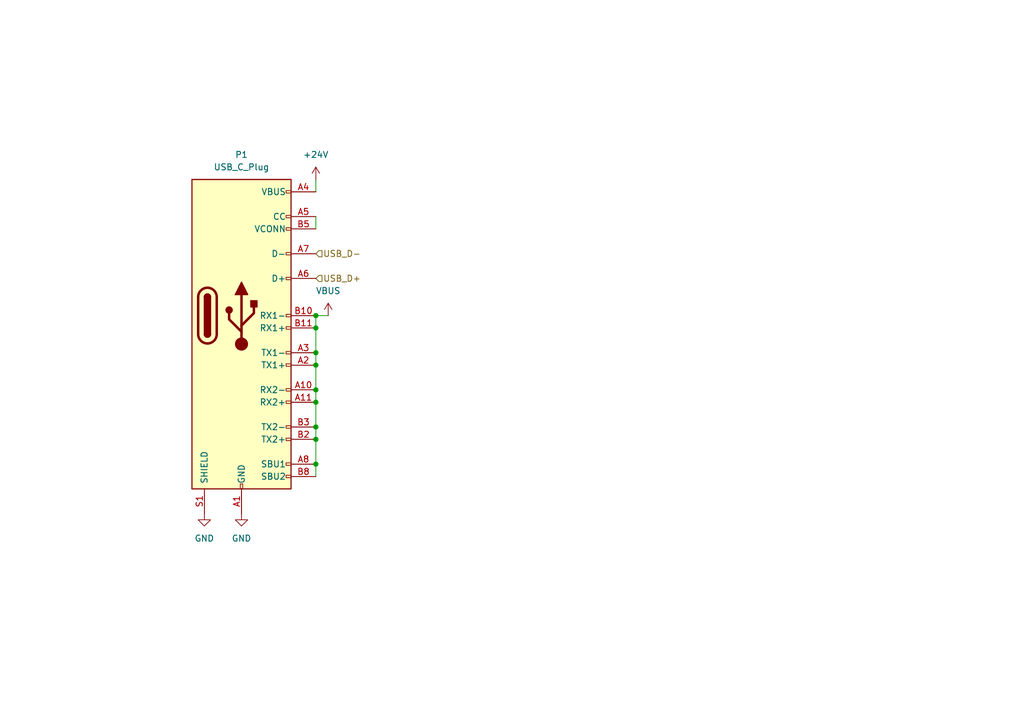
<source format=kicad_sch>
(kicad_sch (version 20250114) (generator "eeschema") (generator_version "9.0")
  (paper "A5")
  (lib_symbols
    (symbol "Connector:USB_C_Plug" (pin_names (offset 1.016))
      (property "Reference" "P" (at -10.16 29.21 0))
      (property "Value" "USB_C_Plug" (at 10.16 29.21 0))
      (symbol "USB_C_Plug_0_0"
        (rectangle (start -0.254 -35.56) (end 0.254 -34.544))
        (rectangle (start 10.16 25.654) (end 9.144 25.146))
        (rectangle (start 10.16 20.574) (end 9.144 20.066))
        (rectangle (start 10.16 18.034) (end 9.144 17.526))
        (rectangle (start 10.16 12.954) (end 9.144 12.446))
        (rectangle (start 10.16 7.874) (end 9.144 7.366))
        (rectangle (start 10.16 0.254) (end 9.144 -0.254))
        (rectangle (start 10.16 -2.286) (end 9.144 -2.794))
        (rectangle (start 10.16 -7.366) (end 9.144 -7.874))
        (rectangle (start 10.16 -9.906) (end 9.144 -10.414))
        (rectangle (start 10.16 -14.986) (end 9.144 -15.494))
        (rectangle (start 10.16 -17.526) (end 9.144 -18.034))
        (rectangle (start 10.16 -22.606) (end 9.144 -23.114))
        (rectangle (start 10.16 -25.146) (end 9.144 -25.654))
        (rectangle (start 10.16 -30.226) (end 9.144 -30.734))
        (rectangle (start 10.16 -32.766) (end 9.144 -33.274))
      )
      (symbol "USB_C_Plug_0_1"
        (rectangle (start -10.16 27.94) (end 10.16 -35.56) (stroke (width 0.254)) (fill (type background)))
        (polyline (pts (xy -8.89 -3.81) (xy -8.89 3.81)) (stroke (width 0.508)))
        (rectangle (start -7.62 -3.81) (end -6.35 3.81) (stroke (width 0.254)) (fill (type outline)))
        (arc (start -7.62 3.81) (mid -6.985 4.4423) (end -6.35 3.81) (stroke (width 0.254)))
        (arc (start -7.62 3.81) (mid -6.985 4.4423) (end -6.35 3.81) (stroke (width 0.254)) (fill (type outline)))
        (arc (start -8.89 3.81) (mid -6.985 5.7067) (end -5.08 3.81) (stroke (width 0.508)))
        (arc (start -5.08 -3.81) (mid -6.985 -5.7067) (end -8.89 -3.81) (stroke (width 0.508)))
        (arc (start -6.35 -3.81) (mid -6.985 -4.4423) (end -7.62 -3.81) (stroke (width 0.254)))
        (arc (start -6.35 -3.81) (mid -6.985 -4.4423) (end -7.62 -3.81) (stroke (width 0.254)) (fill (type outline)))
        (polyline (pts (xy -5.08 3.81) (xy -5.08 -3.81)) (stroke (width 0.508)))
      )
      (symbol "USB_C_Plug_1_1"
        (circle (center -2.54 1.143) (radius 0.635) (stroke (width 0.254)) (fill (type outline)))
        (polyline (pts (xy -1.27 4.318) (xy 0 6.858) (xy 1.27 4.318) (xy -1.27 4.318)) (stroke (width 0.254)) (fill (type outline)))
        (polyline (pts (xy 0 -2.032) (xy 2.54 0.508) (xy 2.54 1.778)) (stroke (width 0.508)))
        (polyline (pts (xy 0 -3.302) (xy -2.54 -0.762) (xy -2.54 0.508)) (stroke (width 0.508)))
        (polyline (pts (xy 0 -5.842) (xy 0 4.318)) (stroke (width 0.508)))
        (circle (center 0 -5.842) (radius 1.27) (fill (type outline)))
        (rectangle (start 1.905 1.778) (end 3.175 3.048) (stroke (width 0.254)) (fill (type outline)))
        (pin passive line (at -7.62 -40.64 90) (length 5.08) (name "SHIELD") (number "S1"))
        (pin passive line (at 0 -40.64 90) (length 5.08) (name "GND") (number "A1"))
        (pin passive line (at 0 -40.64 90) (length 5.08) (hide yes) (name "GND") (number "A12"))
        (pin passive line (at 0 -40.64 90) (length 5.08) (hide yes) (name "GND") (number "B1"))
        (pin passive line (at 0 -40.64 90) (length 5.08) (hide yes) (name "GND") (number "B12"))
        (pin passive line (at 15.24 25.4 180) (length 5.08) (name "VBUS") (number "A4"))
        (pin passive line (at 15.24 25.4 180) (length 5.08) (hide yes) (name "VBUS") (number "A9"))
        (pin passive line (at 15.24 25.4 180) (length 5.08) (hide yes) (name "VBUS") (number "B4"))
        (pin passive line (at 15.24 25.4 180) (length 5.08) (hide yes) (name "VBUS") (number "B9"))
        (pin bidirectional line (at 15.24 20.32 180) (length 5.08) (name "CC") (number "A5"))
        (pin bidirectional line (at 15.24 17.78 180) (length 5.08) (name "VCONN") (number "B5"))
        (pin bidirectional line (at 15.24 12.7 180) (length 5.08) (name "D-") (number "A7"))
        (pin bidirectional line (at 15.24 7.62 180) (length 5.08) (name "D+") (number "A6"))
        (pin bidirectional line (at 15.24 0 180) (length 5.08) (name "RX1-") (number "B10"))
        (pin bidirectional line (at 15.24 -2.54 180) (length 5.08) (name "RX1+") (number "B11"))
        (pin bidirectional line (at 15.24 -7.62 180) (length 5.08) (name "TX1-") (number "A3"))
        (pin bidirectional line (at 15.24 -10.16 180) (length 5.08) (name "TX1+") (number "A2"))
        (pin bidirectional line (at 15.24 -15.24 180) (length 5.08) (name "RX2-") (number "A10"))
        (pin bidirectional line (at 15.24 -17.78 180) (length 5.08) (name "RX2+") (number "A11"))
        (pin bidirectional line (at 15.24 -22.86 180) (length 5.08) (name "TX2-") (number "B3"))
        (pin bidirectional line (at 15.24 -25.4 180) (length 5.08) (name "TX2+") (number "B2"))
        (pin bidirectional line (at 15.24 -30.48 180) (length 5.08) (name "SBU1") (number "A8"))
        (pin bidirectional line (at 15.24 -33.02 180) (length 5.08) (name "SBU2") (number "B8"))
      )
    )
    (symbol "power:+24V" (power) (pin_numbers (hide yes)) (pin_names (offset 0) (hide yes))
      (property "Value" "+24V" (at 0 3.556 0))
      (symbol "+24V_0_1"
        (polyline (pts (xy -0.762 1.27) (xy 0 2.54)))
        (polyline (pts (xy 0 2.54) (xy 0.762 1.27)))
        (polyline (pts (xy 0 0) (xy 0 2.54)))
      )
      (symbol "+24V_1_1"
        (pin power_in line (at 0 0 90) (length 0) (name "~") (number "1"))
      )
    )
    (symbol "power:GND" (power) (pin_numbers (hide yes)) (pin_names (offset 0) (hide yes))
      (property "Value" "GND" (at 0 -3.81 0))
      (symbol "GND_0_1"
        (polyline (pts (xy 0 0) (xy 0 -1.27) (xy 1.27 -1.27) (xy 0 -2.54) (xy -1.27 -1.27) (xy 0 -1.27)))
      )
      (symbol "GND_1_1"
        (pin power_in line (at 0 0 270) (length 0) (name "~") (number "1"))
      )
    )
    (symbol "power:VBUS" (power) (pin_numbers (hide yes)) (pin_names (offset 0) (hide yes))
      (property "Value" "VBUS" (at 0 3.556 0))
      (symbol "VBUS_0_1"
        (polyline (pts (xy -0.762 1.27) (xy 0 2.54)))
        (polyline (pts (xy 0 2.54) (xy 0.762 1.27)))
        (polyline (pts (xy 0 0) (xy 0 2.54)))
      )
      (symbol "VBUS_1_1"
        (pin power_in line (at 0 0 90) (length 0) (name "~") (number "1"))
      )
    )
  )
  (junction (at 64.77 90.17))
  (junction (at 64.77 64.77))
  (junction (at 64.77 80.01))
  (junction (at 64.77 82.55))
  (junction (at 64.77 74.93))
  (junction (at 64.77 95.25))
  (junction (at 64.77 87.63))
  (junction (at 64.77 67.31))
  (junction (at 64.77 72.39))
  (wire (pts (xy 64.77 44.45) (xy 64.77 46.99)))
  (wire (pts (xy 64.77 80.01) (xy 64.77 82.55)))
  (wire (pts (xy 64.77 74.93) (xy 64.77 80.01)))
  (wire (pts (xy 64.77 87.63) (xy 64.77 90.17)))
  (wire (pts (xy 64.77 95.25) (xy 64.77 97.79)))
  (wire (pts (xy 64.77 36.83) (xy 64.77 39.37)))
  (wire (pts (xy 67.31 64.77) (xy 64.77 64.77)))
  (wire (pts (xy 64.77 67.31) (xy 64.77 72.39)))
  (wire (pts (xy 64.77 90.17) (xy 64.77 95.25)))
  (wire (pts (xy 64.77 64.77) (xy 64.77 67.31)))
  (wire (pts (xy 64.77 72.39) (xy 64.77 74.93)))
  (wire (pts (xy 64.77 82.55) (xy 64.77 87.63)))
  (hierarchical_label "USB_D+" (shape input) (at 64.77 57.15 0))
  (hierarchical_label "USB_D-" (shape input) (at 64.77 52.07 0))
  (symbol (lib_id "power:GND") (at 41.91 105.41 0) (unit 1)
    (property "Reference" "#PWR01" (effects (hide yes)))
    (property "Value" "GND" (at 41.91 110.49 0))
    (property "Description" "Power symbol creates a global label with name \"GND\" , ground" (effects (hide yes)))
  )
  (symbol (lib_id "power:+24V") (at 64.77 36.83 0) (unit 1)
    (property "Reference" "#PWR03" (effects (hide yes)))
    (property "Value" "+24V" (at 64.77 31.75 0))
    (property "Description" "Power symbol creates a global label with name \"+24V\"" (effects (hide yes)))
  )
  (symbol (lib_id "power:GND") (at 49.53 105.41 0) (unit 1)
    (property "Reference" "#PWR02" (effects (hide yes)))
    (property "Value" "GND" (at 49.53 110.49 0))
    (property "Description" "Power symbol creates a global label with name \"GND\" , ground" (effects (hide yes)))
  )
  (symbol (lib_id "power:VBUS") (at 67.31 64.77 0) (unit 1)
    (property "Reference" "#PWR037" (effects (hide yes)))
    (property "Value" "VBUS" (at 67.31 59.69 0))
    (property "Description" "Power symbol creates a global label with name \"VBUS\"" (effects (hide yes)))
  )
  (symbol (lib_id "Connector:USB_C_Plug") (at 49.53 64.77 0) (unit 1)
    (property "Reference" "P1" (at 49.53 31.75 0))
    (property "Value" "USB_C_Plug" (at 49.53 34.29 0))
    (property "Footprint" "Connector_USB:USB_C_Receptacle_HCTL_HC-TYPE-C-16P-01A" (effects (hide yes)))
    (property "Datasheet" "https://www.usb.org/sites/default/files/documents/usb_type-c.zip" (effects (hide yes)))
    (property "Description" "USB Type-C Plug connector" (effects (hide yes)))
  )
)
</source>
